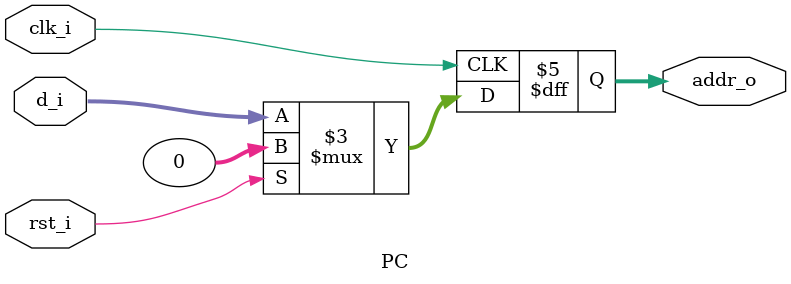
<source format=v>
module PC (
    input               clk_i,
    input               rst_i,
    input       [31:0]  d_i,
    output  reg [31:0] addr_o
);

    always @(posedge clk_i) begin
        if(rst_i) addr_o <= 0;
        else addr_o <= d_i;
    end
endmodule
</source>
